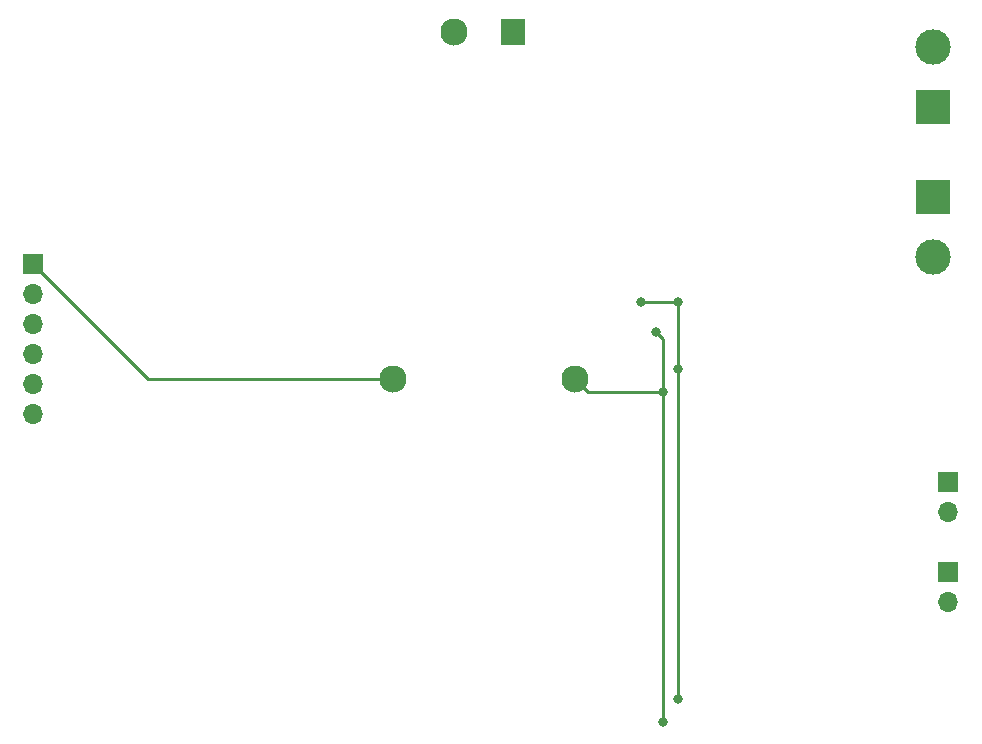
<source format=gbl>
G04 #@! TF.GenerationSoftware,KiCad,Pcbnew,(6.0.0-0)*
G04 #@! TF.CreationDate,2022-06-20T09:50:28+02:00*
G04 #@! TF.ProjectId,prototype-1,70726f74-6f74-4797-9065-2d312e6b6963,rev?*
G04 #@! TF.SameCoordinates,Original*
G04 #@! TF.FileFunction,Copper,L2,Bot*
G04 #@! TF.FilePolarity,Positive*
%FSLAX46Y46*%
G04 Gerber Fmt 4.6, Leading zero omitted, Abs format (unit mm)*
G04 Created by KiCad (PCBNEW (6.0.0-0)) date 2022-06-20 09:50:28*
%MOMM*%
%LPD*%
G01*
G04 APERTURE LIST*
G04 #@! TA.AperFunction,ComponentPad*
%ADD10R,1.700000X1.700000*%
G04 #@! TD*
G04 #@! TA.AperFunction,ComponentPad*
%ADD11O,1.700000X1.700000*%
G04 #@! TD*
G04 #@! TA.AperFunction,ComponentPad*
%ADD12R,2.000000X2.300000*%
G04 #@! TD*
G04 #@! TA.AperFunction,ComponentPad*
%ADD13C,2.300000*%
G04 #@! TD*
G04 #@! TA.AperFunction,ComponentPad*
%ADD14R,3.000000X3.000000*%
G04 #@! TD*
G04 #@! TA.AperFunction,ComponentPad*
%ADD15C,3.000000*%
G04 #@! TD*
G04 #@! TA.AperFunction,ViaPad*
%ADD16C,0.800000*%
G04 #@! TD*
G04 #@! TA.AperFunction,Conductor*
%ADD17C,0.250000*%
G04 #@! TD*
G04 APERTURE END LIST*
D10*
X189230000Y-92710000D03*
D11*
X189230000Y-95250000D03*
D10*
X111760000Y-74295000D03*
D11*
X111760000Y-76835000D03*
X111760000Y-79375000D03*
X111760000Y-81915000D03*
X111760000Y-84455000D03*
X111760000Y-86995000D03*
D10*
X189230000Y-100330000D03*
D11*
X189230000Y-102870000D03*
D12*
X152400000Y-54610000D03*
D13*
X147400000Y-54610000D03*
X157600000Y-84010000D03*
X142200000Y-84010000D03*
D14*
X187960000Y-68580000D03*
D15*
X187960000Y-73660000D03*
D14*
X187960000Y-60960000D03*
D15*
X187960000Y-55880000D03*
D16*
X165100000Y-85090000D03*
X165100000Y-113030000D03*
X164465000Y-80010000D03*
X166370000Y-111125000D03*
X166370000Y-77470000D03*
X163195000Y-77470000D03*
X166370000Y-83185000D03*
D17*
X165100000Y-85090000D02*
X158680000Y-85090000D01*
X165100000Y-80645000D02*
X165100000Y-85090000D01*
X165100000Y-85090000D02*
X165100000Y-113030000D01*
X158680000Y-85090000D02*
X157600000Y-84010000D01*
X164465000Y-80010000D02*
X165100000Y-80645000D01*
X142200000Y-84010000D02*
X121475000Y-84010000D01*
X121475000Y-84010000D02*
X111760000Y-74295000D01*
X166370000Y-111125000D02*
X166370000Y-83185000D01*
X166370000Y-83185000D02*
X166370000Y-77470000D01*
X166370000Y-77470000D02*
X163195000Y-77470000D01*
M02*

</source>
